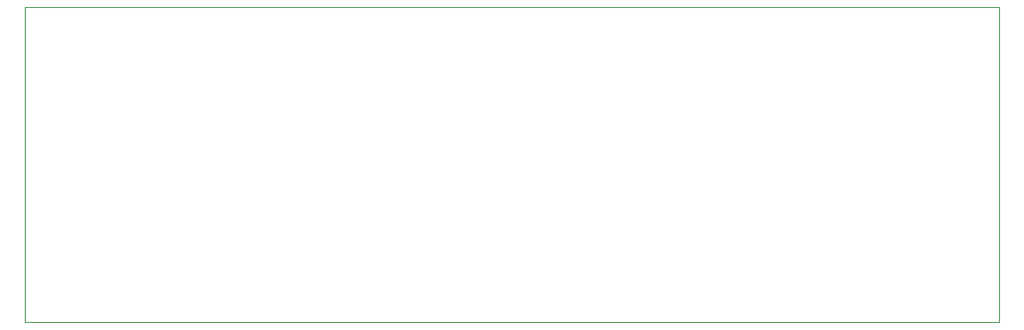
<source format=gm1>
G04 #@! TF.GenerationSoftware,KiCad,Pcbnew,8.0.4*
G04 #@! TF.CreationDate,2024-09-19T22:50:53+02:00*
G04 #@! TF.ProjectId,Fader_Breakout,46616465-725f-4427-9265-616b6f75742e,rev?*
G04 #@! TF.SameCoordinates,Original*
G04 #@! TF.FileFunction,Profile,NP*
%FSLAX46Y46*%
G04 Gerber Fmt 4.6, Leading zero omitted, Abs format (unit mm)*
G04 Created by KiCad (PCBNEW 8.0.4) date 2024-09-19 22:50:53*
%MOMM*%
%LPD*%
G01*
G04 APERTURE LIST*
G04 #@! TA.AperFunction,Profile*
%ADD10C,0.050000*%
G04 #@! TD*
G04 APERTURE END LIST*
D10*
X104000000Y-78000000D02*
X197000000Y-78000000D01*
X197000000Y-108000000D01*
X104000000Y-108000000D01*
X104000000Y-78000000D01*
M02*

</source>
